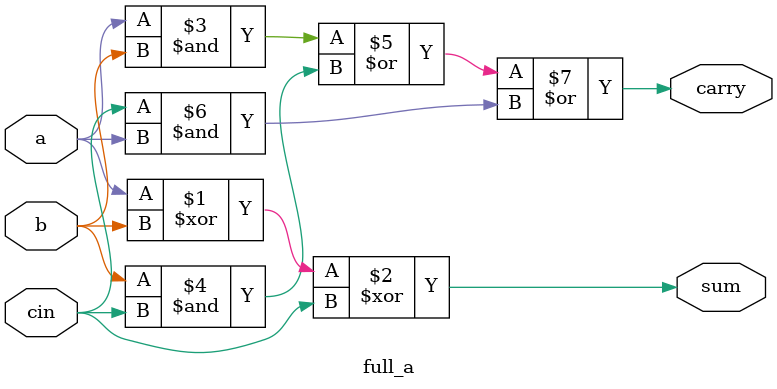
<source format=sv>
module full_a (
    input  logic a, b, cin,
    output logic sum, carry
);
    assign sum   = a ^ b ^ cin;
    assign carry = (a & b) | (b & cin) | (cin & a);
endmodule
</source>
